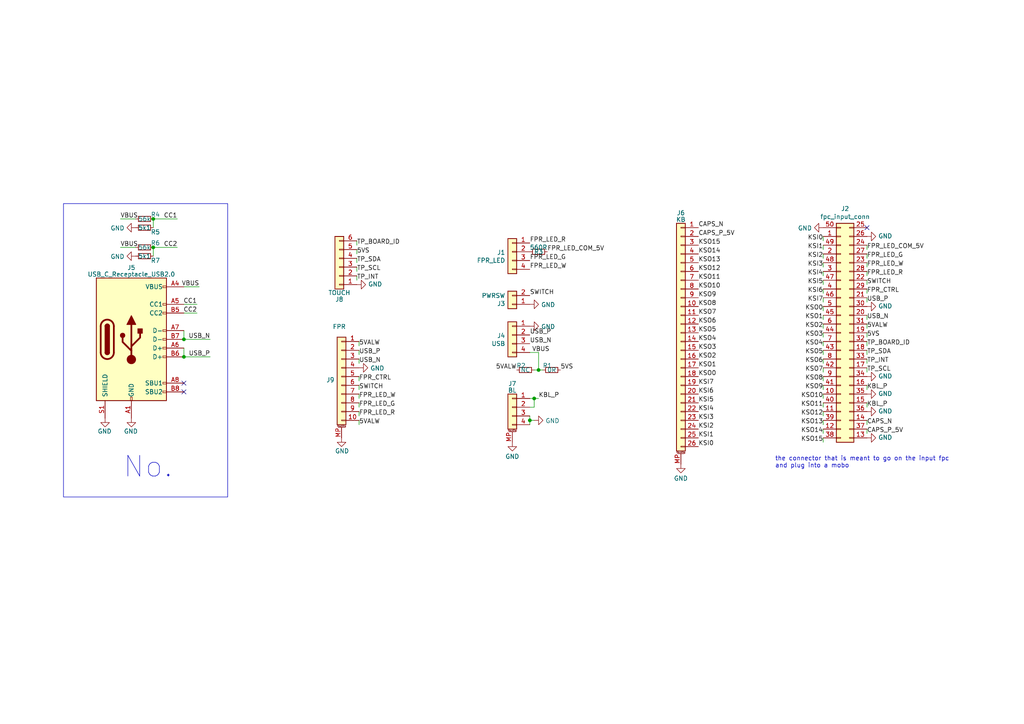
<source format=kicad_sch>
(kicad_sch (version 20230121) (generator eeschema)
  (paper "A4")
  (lib_symbols
    (symbol "Connector:USB_C_Receptacle_USB2.0" (pin_names (offset 1.016))
      (property "Reference" "J" (at -10.16 19.05 0))
      (property "Value" "USB_C_Receptacle_USB2.0" (at 19.05 19.05 0))
      (symbol "USB_C_Receptacle_USB2.0_0_0"
        (rectangle (start -0.254 -17.78) (end 0.254 -16.764))
        (rectangle (start 10.16 -14.986) (end 9.144 -15.494))
        (rectangle (start 10.16 -12.446) (end 9.144 -12.954))
        (rectangle (start 10.16 -4.826) (end 9.144 -5.334))
        (rectangle (start 10.16 -2.286) (end 9.144 -2.794))
        (rectangle (start 10.16 0.254) (end 9.144 -0.254))
        (rectangle (start 10.16 2.794) (end 9.144 2.286))
        (rectangle (start 10.16 7.874) (end 9.144 7.366))
        (rectangle (start 10.16 10.414) (end 9.144 9.906))
        (rectangle (start 10.16 15.494) (end 9.144 14.986))
      )
      (symbol "USB_C_Receptacle_USB2.0_0_1"
        (rectangle (start -10.16 17.78) (end 10.16 -17.78) (stroke (width 0.254)) (fill (type background)))
        (arc (start -8.89 -3.81) (mid -6.985 -5.7067) (end -5.08 -3.81) (stroke (width 0.508)))
        (arc (start -7.62 -3.81) (mid -6.985 -4.4423) (end -6.35 -3.81) (stroke (width 0.254)))
        (arc (start -7.62 -3.81) (mid -6.985 -4.4423) (end -6.35 -3.81) (stroke (width 0.254)) (fill (type outline)))
        (rectangle (start -7.62 -3.81) (end -6.35 3.81) (stroke (width 0.254)) (fill (type outline)))
        (arc (start -6.35 3.81) (mid -6.985 4.4423) (end -7.62 3.81) (stroke (width 0.254)))
        (arc (start -6.35 3.81) (mid -6.985 4.4423) (end -7.62 3.81) (stroke (width 0.254)) (fill (type outline)))
        (arc (start -5.08 3.81) (mid -6.985 5.7067) (end -8.89 3.81) (stroke (width 0.508)))
        (circle (center -2.54 1.143) (radius 0.635) (stroke (width 0.254)) (fill (type outline)))
        (circle (center 0 -5.842) (radius 1.27) (fill (type outline)))
        (polyline (pts (xy -8.89 -3.81) (xy -8.89 3.81)) (stroke (width 0.508)))
        (polyline (pts (xy -5.08 3.81) (xy -5.08 -3.81)) (stroke (width 0.508)))
        (polyline (pts (xy 0 -5.842) (xy 0 4.318)) (stroke (width 0.508)))
        (polyline (pts (xy 0 -3.302) (xy -2.54 -0.762) (xy -2.54 0.508)) (stroke (width 0.508)))
        (polyline (pts (xy 0 -2.032) (xy 2.54 0.508) (xy 2.54 1.778)) (stroke (width 0.508)))
        (polyline (pts (xy -1.27 4.318) (xy 0 6.858) (xy 1.27 4.318) (xy -1.27 4.318)) (stroke (width 0.254)) (fill (type outline)))
        (rectangle (start 1.905 1.778) (end 3.175 3.048) (stroke (width 0.254)) (fill (type outline)))
      )
      (symbol "USB_C_Receptacle_USB2.0_1_1"
        (pin passive line (at 0 -22.86 90) (length 5.08) (name "GND") (number "A1"))
        (pin passive line (at 0 -22.86 90) (length 5.08) hide (name "GND") (number "A12"))
        (pin passive line (at 15.24 15.24 180) (length 5.08) (name "VBUS") (number "A4"))
        (pin bidirectional line (at 15.24 10.16 180) (length 5.08) (name "CC1") (number "A5"))
        (pin bidirectional line (at 15.24 -2.54 180) (length 5.08) (name "D+") (number "A6"))
        (pin bidirectional line (at 15.24 2.54 180) (length 5.08) (name "D-") (number "A7"))
        (pin bidirectional line (at 15.24 -12.7 180) (length 5.08) (name "SBU1") (number "A8"))
        (pin passive line (at 15.24 15.24 180) (length 5.08) hide (name "VBUS") (number "A9"))
        (pin passive line (at 0 -22.86 90) (length 5.08) hide (name "GND") (number "B1"))
        (pin passive line (at 0 -22.86 90) (length 5.08) hide (name "GND") (number "B12"))
        (pin passive line (at 15.24 15.24 180) (length 5.08) hide (name "VBUS") (number "B4"))
        (pin bidirectional line (at 15.24 7.62 180) (length 5.08) (name "CC2") (number "B5"))
        (pin bidirectional line (at 15.24 -5.08 180) (length 5.08) (name "D+") (number "B6"))
        (pin bidirectional line (at 15.24 0 180) (length 5.08) (name "D-") (number "B7"))
        (pin bidirectional line (at 15.24 -15.24 180) (length 5.08) (name "SBU2") (number "B8"))
        (pin passive line (at 15.24 15.24 180) (length 5.08) hide (name "VBUS") (number "B9"))
        (pin passive line (at -7.62 -22.86 90) (length 5.08) (name "SHIELD") (number "S1"))
      )
    )
    (symbol "Connector_Generic:Conn_01x02" (pin_names (offset 1.016) hide)
      (property "Reference" "J" (at 0 2.54 0))
      (property "Value" "Conn_01x02" (at 0 -5.08 0))
      (symbol "Conn_01x02_1_1"
        (rectangle (start -1.27 -2.413) (end 0 -2.667) (stroke (width 0.1524)))
        (rectangle (start -1.27 0.127) (end 0 -0.127) (stroke (width 0.1524)))
        (rectangle (start -1.27 1.27) (end 1.27 -3.81) (stroke (width 0.254)) (fill (type background)))
        (pin passive line (at -5.08 0 0) (length 3.81) (name "Pin_1") (number "1"))
        (pin passive line (at -5.08 -2.54 0) (length 3.81) (name "Pin_2") (number "2"))
      )
    )
    (symbol "Connector_Generic:Conn_01x04" (pin_names (offset 1.016) hide)
      (property "Reference" "J" (at 0 5.08 0))
      (property "Value" "Conn_01x04" (at 0 -7.62 0))
      (symbol "Conn_01x04_1_1"
        (rectangle (start -1.27 -4.953) (end 0 -5.207) (stroke (width 0.1524)))
        (rectangle (start -1.27 -2.413) (end 0 -2.667) (stroke (width 0.1524)))
        (rectangle (start -1.27 0.127) (end 0 -0.127) (stroke (width 0.1524)))
        (rectangle (start -1.27 2.667) (end 0 2.413) (stroke (width 0.1524)))
        (rectangle (start -1.27 3.81) (end 1.27 -6.35) (stroke (width 0.254)) (fill (type background)))
        (pin passive line (at -5.08 2.54 0) (length 3.81) (name "Pin_1") (number "1"))
        (pin passive line (at -5.08 0 0) (length 3.81) (name "Pin_2") (number "2"))
        (pin passive line (at -5.08 -2.54 0) (length 3.81) (name "Pin_3") (number "3"))
        (pin passive line (at -5.08 -5.08 0) (length 3.81) (name "Pin_4") (number "4"))
      )
    )
    (symbol "Connector_Generic:Conn_01x06" (pin_names (offset 1.016) hide)
      (property "Reference" "J" (at 0 7.62 0))
      (property "Value" "Conn_01x06" (at 0 -10.16 0))
      (symbol "Conn_01x06_1_1"
        (rectangle (start -1.27 -7.493) (end 0 -7.747) (stroke (width 0.1524)))
        (rectangle (start -1.27 -4.953) (end 0 -5.207) (stroke (width 0.1524)))
        (rectangle (start -1.27 -2.413) (end 0 -2.667) (stroke (width 0.1524)))
        (rectangle (start -1.27 0.127) (end 0 -0.127) (stroke (width 0.1524)))
        (rectangle (start -1.27 2.667) (end 0 2.413) (stroke (width 0.1524)))
        (rectangle (start -1.27 5.207) (end 0 4.953) (stroke (width 0.1524)))
        (rectangle (start -1.27 6.35) (end 1.27 -8.89) (stroke (width 0.254)) (fill (type background)))
        (pin passive line (at -5.08 5.08 0) (length 3.81) (name "Pin_1") (number "1"))
        (pin passive line (at -5.08 2.54 0) (length 3.81) (name "Pin_2") (number "2"))
        (pin passive line (at -5.08 0 0) (length 3.81) (name "Pin_3") (number "3"))
        (pin passive line (at -5.08 -2.54 0) (length 3.81) (name "Pin_4") (number "4"))
        (pin passive line (at -5.08 -5.08 0) (length 3.81) (name "Pin_5") (number "5"))
        (pin passive line (at -5.08 -7.62 0) (length 3.81) (name "Pin_6") (number "6"))
      )
    )
    (symbol "Connector_Generic_MountingPin:Conn_01x04_MountingPin" (pin_names (offset 1.016) hide)
      (property "Reference" "J" (at 0 5.08 0))
      (property "Value" "Conn_01x04_MountingPin" (at 1.27 -7.62 0))
      (symbol "Conn_01x04_MountingPin_1_1"
        (rectangle (start -1.27 -4.953) (end 0 -5.207) (stroke (width 0.1524)))
        (rectangle (start -1.27 -2.413) (end 0 -2.667) (stroke (width 0.1524)))
        (rectangle (start -1.27 0.127) (end 0 -0.127) (stroke (width 0.1524)))
        (rectangle (start -1.27 2.667) (end 0 2.413) (stroke (width 0.1524)))
        (rectangle (start -1.27 3.81) (end 1.27 -6.35) (stroke (width 0.254)) (fill (type background)))
        (polyline (pts (xy -1.016 -7.112) (xy 1.016 -7.112)) (stroke (width 0.1524)))
        (text "Mounting" (at 0 -6.731 0) (effects (font (size 0.381 0.381))))
        (pin passive line (at -5.08 2.54 0) (length 3.81) (name "Pin_1") (number "1"))
        (pin passive line (at -5.08 0 0) (length 3.81) (name "Pin_2") (number "2"))
        (pin passive line (at -5.08 -2.54 0) (length 3.81) (name "Pin_3") (number "3"))
        (pin passive line (at -5.08 -5.08 0) (length 3.81) (name "Pin_4") (number "4"))
        (pin passive line (at 0 -10.16 90) (length 3.048) (name "MountPin") (number "MP"))
      )
    )
    (symbol "Connector_Generic_MountingPin:Conn_01x10_MountingPin" (pin_names (offset 1.016) hide)
      (property "Reference" "J" (at 0 12.7 0))
      (property "Value" "Conn_01x10_MountingPin" (at 1.27 -15.24 0))
      (symbol "Conn_01x10_MountingPin_1_1"
        (rectangle (start -1.27 -12.573) (end 0 -12.827) (stroke (width 0.1524)))
        (rectangle (start -1.27 -10.033) (end 0 -10.287) (stroke (width 0.1524)))
        (rectangle (start -1.27 -7.493) (end 0 -7.747) (stroke (width 0.1524)))
        (rectangle (start -1.27 -4.953) (end 0 -5.207) (stroke (width 0.1524)))
        (rectangle (start -1.27 -2.413) (end 0 -2.667) (stroke (width 0.1524)))
        (rectangle (start -1.27 0.127) (end 0 -0.127) (stroke (width 0.1524)))
        (rectangle (start -1.27 2.667) (end 0 2.413) (stroke (width 0.1524)))
        (rectangle (start -1.27 5.207) (end 0 4.953) (stroke (width 0.1524)))
        (rectangle (start -1.27 7.747) (end 0 7.493) (stroke (width 0.1524)))
        (rectangle (start -1.27 10.287) (end 0 10.033) (stroke (width 0.1524)))
        (rectangle (start -1.27 11.43) (end 1.27 -13.97) (stroke (width 0.254)) (fill (type background)))
        (polyline (pts (xy -1.016 -14.732) (xy 1.016 -14.732)) (stroke (width 0.1524)))
        (text "Mounting" (at 0 -14.351 0) (effects (font (size 0.381 0.381))))
        (pin passive line (at -5.08 10.16 0) (length 3.81) (name "Pin_1") (number "1"))
        (pin passive line (at -5.08 -12.7 0) (length 3.81) (name "Pin_10") (number "10"))
        (pin passive line (at -5.08 7.62 0) (length 3.81) (name "Pin_2") (number "2"))
        (pin passive line (at -5.08 5.08 0) (length 3.81) (name "Pin_3") (number "3"))
        (pin passive line (at -5.08 2.54 0) (length 3.81) (name "Pin_4") (number "4"))
        (pin passive line (at -5.08 0 0) (length 3.81) (name "Pin_5") (number "5"))
        (pin passive line (at -5.08 -2.54 0) (length 3.81) (name "Pin_6") (number "6"))
        (pin passive line (at -5.08 -5.08 0) (length 3.81) (name "Pin_7") (number "7"))
        (pin passive line (at -5.08 -7.62 0) (length 3.81) (name "Pin_8") (number "8"))
        (pin passive line (at -5.08 -10.16 0) (length 3.81) (name "Pin_9") (number "9"))
        (pin passive line (at 0 -17.78 90) (length 3.048) (name "MountPin") (number "MP"))
      )
    )
    (symbol "Connector_Generic_MountingPin:Conn_01x26_MountingPin" (pin_names (offset 1.016) hide)
      (property "Reference" "J" (at 0 33.02 0))
      (property "Value" "Conn_01x26_MountingPin" (at 1.27 -35.56 0))
      (symbol "Conn_01x26_MountingPin_1_1"
        (rectangle (start -1.27 -32.893) (end 0 -33.147) (stroke (width 0.1524)))
        (rectangle (start -1.27 -30.353) (end 0 -30.607) (stroke (width 0.1524)))
        (rectangle (start -1.27 -27.813) (end 0 -28.067) (stroke (width 0.1524)))
        (rectangle (start -1.27 -25.273) (end 0 -25.527) (stroke (width 0.1524)))
        (rectangle (start -1.27 -22.733) (end 0 -22.987) (stroke (width 0.1524)))
        (rectangle (start -1.27 -20.193) (end 0 -20.447) (stroke (width 0.1524)))
        (rectangle (start -1.27 -17.653) (end 0 -17.907) (stroke (width 0.1524)))
        (rectangle (start -1.27 -15.113) (end 0 -15.367) (stroke (width 0.1524)))
        (rectangle (start -1.27 -12.573) (end 0 -12.827) (stroke (width 0.1524)))
        (rectangle (start -1.27 -10.033) (end 0 -10.287) (stroke (width 0.1524)))
        (rectangle (start -1.27 -7.493) (end 0 -7.747) (stroke (width 0.1524)))
        (rectangle (start -1.27 -4.953) (end 0 -5.207) (stroke (width 0.1524)))
        (rectangle (start -1.27 -2.413) (end 0 -2.667) (stroke (width 0.1524)))
        (rectangle (start -1.27 0.127) (end 0 -0.127) (stroke (width 0.1524)))
        (rectangle (start -1.27 2.667) (end 0 2.413) (stroke (width 0.1524)))
        (rectangle (start -1.27 5.207) (end 0 4.953) (stroke (width 0.1524)))
        (rectangle (start -1.27 7.747) (end 0 7.493) (stroke (width 0.1524)))
        (rectangle (start -1.27 10.287) (end 0 10.033) (stroke (width 0.1524)))
        (rectangle (start -1.27 12.827) (end 0 12.573) (stroke (width 0.1524)))
        (rectangle (start -1.27 15.367) (end 0 15.113) (stroke (width 0.1524)))
        (rectangle (start -1.27 17.907) (end 0 17.653) (stroke (width 0.1524)))
        (rectangle (start -1.27 20.447) (end 0 20.193) (stroke (width 0.1524)))
        (rectangle (start -1.27 22.987) (end 0 22.733) (stroke (width 0.1524)))
        (rectangle (start -1.27 25.527) (end 0 25.273) (stroke (width 0.1524)))
        (rectangle (start -1.27 28.067) (end 0 27.813) (stroke (width 0.1524)))
        (rectangle (start -1.27 30.607) (end 0 30.353) (stroke (width 0.1524)))
        (rectangle (start -1.27 31.75) (end 1.27 -34.29) (stroke (width 0.254)) (fill (type background)))
        (polyline (pts (xy -1.016 -35.052) (xy 1.016 -35.052)) (stroke (width 0.1524)))
        (text "Mounting" (at 0 -34.671 0) (effects (font (size 0.381 0.381))))
        (pin passive line (at -5.08 30.48 0) (length 3.81) (name "Pin_1") (number "1"))
        (pin passive line (at -5.08 7.62 0) (length 3.81) (name "Pin_10") (number "10"))
        (pin passive line (at -5.08 5.08 0) (length 3.81) (name "Pin_11") (number "11"))
        (pin passive line (at -5.08 2.54 0) (length 3.81) (name "Pin_12") (number "12"))
        (pin passive line (at -5.08 0 0) (length 3.81) (name "Pin_13") (number "13"))
        (pin passive line (at -5.08 -2.54 0) (length 3.81) (name "Pin_14") (number "14"))
        (pin passive line (at -5.08 -5.08 0) (length 3.81) (name "Pin_15") (number "15"))
        (pin passive line (at -5.08 -7.62 0) (length 3.81) (name "Pin_16") (number "16"))
        (pin passive line (at -5.08 -10.16 0) (length 3.81) (name "Pin_17") (number "17"))
        (pin passive line (at -5.08 -12.7 0) (length 3.81) (name "Pin_18") (number "18"))
        (pin passive line (at -5.08 -15.24 0) (length 3.81) (name "Pin_19") (number "19"))
        (pin passive line (at -5.08 27.94 0) (length 3.81) (name "Pin_2") (number "2"))
        (pin passive line (at -5.08 -17.78 0) (length 3.81) (name "Pin_20") (number "20"))
        (pin passive line (at -5.08 -20.32 0) (length 3.81) (name "Pin_21") (number "21"))
        (pin passive line (at -5.08 -22.86 0) (length 3.81) (name "Pin_22") (number "22"))
        (pin passive line (at -5.08 -25.4 0) (length 3.81) (name "Pin_23") (number "23"))
        (pin passive line (at -5.08 -27.94 0) (length 3.81) (name "Pin_24") (number "24"))
        (pin passive line (at -5.08 -30.48 0) (length 3.81) (name "Pin_25") (number "25"))
        (pin passive line (at -5.08 -33.02 0) (length 3.81) (name "Pin_26") (number "26"))
        (pin passive line (at -5.08 25.4 0) (length 3.81) (name "Pin_3") (number "3"))
        (pin passive line (at -5.08 22.86 0) (length 3.81) (name "Pin_4") (number "4"))
        (pin passive line (at -5.08 20.32 0) (length 3.81) (name "Pin_5") (number "5"))
        (pin passive line (at -5.08 17.78 0) (length 3.81) (name "Pin_6") (number "6"))
        (pin passive line (at -5.08 15.24 0) (length 3.81) (name "Pin_7") (number "7"))
        (pin passive line (at -5.08 12.7 0) (length 3.81) (name "Pin_8") (number "8"))
        (pin passive line (at -5.08 10.16 0) (length 3.81) (name "Pin_9") (number "9"))
        (pin passive line (at 0 -38.1 90) (length 3.048) (name "MountPin") (number "MP"))
      )
    )
    (symbol "Device:R_Small" (pin_numbers hide) (pin_names (offset 0.254) hide)
      (property "Reference" "R" (at 0.762 0.508 0))
      (property "Value" "R_Small" (at 0.762 -1.016 0))
      (symbol "R_Small_0_1"
        (rectangle (start -0.762 1.778) (end 0.762 -1.778) (stroke (width 0.2032)))
      )
      (symbol "R_Small_1_1"
        (pin passive line (at 0 2.54 270) (length 0.762) (name "~") (number "1"))
        (pin passive line (at 0 -2.54 90) (length 0.762) (name "~") (number "2"))
      )
    )
    (symbol "GND_1" (power) (pin_names (offset 0))
      (property "Value" "GND_1" (at 0 -3.81 0))
      (symbol "GND_1_0_1"
        (polyline (pts (xy 0 0) (xy 0 -1.27) (xy 1.27 -1.27) (xy 0 -2.54) (xy -1.27 -1.27) (xy 0 -1.27)))
      )
      (symbol "GND_1_1_1"
        (pin power_in line (at 0 0 270) (length 0) hide (name "GND") (number "1"))
      )
    )
    (symbol "frmw_conn:fpc_input_conn" (pin_names (offset 1.016) hide)
      (property "Reference" "J" (at 1.27 33.02 0))
      (property "Value" "fpc_input_conn" (at 7.62 -34.29 0))
      (symbol "fpc_input_conn_1_1"
        (rectangle (start -1.27 -30.353) (end 0 -30.607) (stroke (width 0.1524)))
        (rectangle (start -1.27 -27.813) (end 0 -28.067) (stroke (width 0.1524)))
        (rectangle (start -1.27 -25.273) (end 0 -25.527) (stroke (width 0.1524)))
        (rectangle (start -1.27 -22.733) (end 0 -22.987) (stroke (width 0.1524)))
        (rectangle (start -1.27 -20.193) (end 0 -20.447) (stroke (width 0.1524)))
        (rectangle (start -1.27 -17.653) (end 0 -17.907) (stroke (width 0.1524)))
        (rectangle (start -1.27 -15.113) (end 0 -15.367) (stroke (width 0.1524)))
        (rectangle (start -1.27 -12.573) (end 0 -12.827) (stroke (width 0.1524)))
        (rectangle (start -1.27 -10.033) (end 0 -10.287) (stroke (width 0.1524)))
        (rectangle (start -1.27 -7.493) (end 0 -7.747) (stroke (width 0.1524)))
        (rectangle (start -1.27 -4.953) (end 0 -5.207) (stroke (width 0.1524)))
        (rectangle (start -1.27 -2.413) (end 0 -2.667) (stroke (width 0.1524)))
        (rectangle (start -1.27 0.127) (end 0 -0.127) (stroke (width 0.1524)))
        (rectangle (start -1.27 2.667) (end 0 2.413) (stroke (width 0.1524)))
        (rectangle (start -1.27 5.207) (end 0 4.953) (stroke (width 0.1524)))
        (rectangle (start -1.27 7.747) (end 0 7.493) (stroke (width 0.1524)))
        (rectangle (start -1.27 10.287) (end 0 10.033) (stroke (width 0.1524)))
        (rectangle (start -1.27 12.827) (end 0 12.573) (stroke (width 0.1524)))
        (rectangle (start -1.27 15.367) (end 0 15.113) (stroke (width 0.1524)))
        (rectangle (start -1.27 17.907) (end 0 17.653) (stroke (width 0.1524)))
        (rectangle (start -1.27 20.447) (end 0 20.193) (stroke (width 0.1524)))
        (rectangle (start -1.27 22.987) (end 0 22.733) (stroke (width 0.1524)))
        (rectangle (start -1.27 25.527) (end 0 25.273) (stroke (width 0.1524)))
        (rectangle (start -1.27 28.067) (end 0 27.813) (stroke (width 0.1524)))
        (rectangle (start -1.27 30.607) (end 0 30.353) (stroke (width 0.1524)))
        (rectangle (start -1.27 31.75) (end 3.81 -31.75) (stroke (width 0.254)) (fill (type background)))
        (rectangle (start 3.81 -30.353) (end 2.54 -30.607) (stroke (width 0.1524)))
        (rectangle (start 3.81 -27.813) (end 2.54 -28.067) (stroke (width 0.1524)))
        (rectangle (start 3.81 -25.273) (end 2.54 -25.527) (stroke (width 0.1524)))
        (rectangle (start 3.81 -22.733) (end 2.54 -22.987) (stroke (width 0.1524)))
        (rectangle (start 3.81 -20.193) (end 2.54 -20.447) (stroke (width 0.1524)))
        (rectangle (start 3.81 -17.653) (end 2.54 -17.907) (stroke (width 0.1524)))
        (rectangle (start 3.81 -15.113) (end 2.54 -15.367) (stroke (width 0.1524)))
        (rectangle (start 3.81 -12.573) (end 2.54 -12.827) (stroke (width 0.1524)))
        (rectangle (start 3.81 -10.033) (end 2.54 -10.287) (stroke (width 0.1524)))
        (rectangle (start 3.81 -7.493) (end 2.54 -7.747) (stroke (width 0.1524)))
        (rectangle (start 3.81 -4.953) (end 2.54 -5.207) (stroke (width 0.1524)))
        (rectangle (start 3.81 -2.413) (end 2.54 -2.667) (stroke (width 0.1524)))
        (rectangle (start 3.81 0.127) (end 2.54 -0.127) (stroke (width 0.1524)))
        (rectangle (start 3.81 2.667) (end 2.54 2.413) (stroke (width 0.1524)))
        (rectangle (start 3.81 5.207) (end 2.54 4.953) (stroke (width 0.1524)))
        (rectangle (start 3.81 7.747) (end 2.54 7.493) (stroke (width 0.1524)))
        (rectangle (start 3.81 10.287) (end 2.54 10.033) (stroke (width 0.1524)))
        (rectangle (start 3.81 12.827) (end 2.54 12.573) (stroke (width 0.1524)))
        (rectangle (start 3.81 15.367) (end 2.54 15.113) (stroke (width 0.1524)))
        (rectangle (start 3.81 17.907) (end 2.54 17.653) (stroke (width 0.1524)))
        (rectangle (start 3.81 20.447) (end 2.54 20.193) (stroke (width 0.1524)))
        (rectangle (start 3.81 22.987) (end 2.54 22.733) (stroke (width 0.1524)))
        (rectangle (start 3.81 25.527) (end 2.54 25.273) (stroke (width 0.1524)))
        (rectangle (start 3.81 28.067) (end 2.54 27.813) (stroke (width 0.1524)))
        (rectangle (start 3.81 30.607) (end 2.54 30.353) (stroke (width 0.1524)))
        (pin passive line (at -5.08 27.94 0) (length 3.81) (name "Pin_1") (number "1"))
        (pin passive line (at -5.08 -17.78 0) (length 3.81) (name "Pin_10") (number "10"))
        (pin passive line (at -5.08 -22.86 0) (length 3.81) (name "Pin_11") (number "11"))
        (pin passive line (at -5.08 -27.94 0) (length 3.81) (name "Pin_12") (number "12"))
        (pin passive line (at 7.62 -30.48 180) (length 3.81) (name "Pin_13") (number "13"))
        (pin passive line (at 7.62 -25.4 180) (length 3.81) (name "Pin_14") (number "14"))
        (pin passive line (at 7.62 -20.32 180) (length 3.81) (name "Pin_15") (number "15"))
        (pin passive line (at 7.62 -15.24 180) (length 3.81) (name "Pin_16") (number "16"))
        (pin passive line (at 7.62 -10.16 180) (length 3.81) (name "Pin_17") (number "17"))
        (pin passive line (at 7.62 -5.08 180) (length 3.81) (name "Pin_18") (number "18"))
        (pin passive line (at 7.62 0 180) (length 3.81) (name "Pin_19") (number "19"))
        (pin passive line (at -5.08 22.86 0) (length 3.81) (name "Pin_2") (number "2"))
        (pin passive line (at 7.62 5.08 180) (length 3.81) (name "Pin_20") (number "20"))
        (pin passive line (at 7.62 10.16 180) (length 3.81) (name "Pin_21") (number "21"))
        (pin passive line (at 7.62 15.24 180) (length 3.81) (name "Pin_22") (number "22"))
        (pin passive line (at 7.62 20.32 180) (length 3.81) (name "Pin_23") (number "23"))
        (pin passive line (at 7.62 25.4 180) (length 3.81) (name "Pin_24") (number "24"))
        (pin passive line (at 7.62 30.48 180) (length 3.81) (name "Pin_25") (number "25"))
        (pin passive line (at 7.62 27.94 180) (length 3.81) (name "Pin_26") (number "26"))
        (pin passive line (at 7.62 22.86 180) (length 3.81) (name "Pin_27") (number "27"))
        (pin passive line (at 7.62 17.78 180) (length 3.81) (name "Pin_28") (number "28"))
        (pin passive line (at 7.62 12.7 180) (length 3.81) (name "Pin_29") (number "29"))
        (pin passive line (at -5.08 17.78 0) (length 3.81) (name "Pin_3") (number "3"))
        (pin passive line (at 7.62 7.62 180) (length 3.81) (name "Pin_30") (number "30"))
        (pin passive line (at 7.62 2.54 180) (length 3.81) (name "Pin_31") (number "31"))
        (pin passive line (at 7.62 -2.54 180) (length 3.81) (name "Pin_32") (number "32"))
        (pin passive line (at 7.62 -7.62 180) (length 3.81) (name "Pin_33") (number "33"))
        (pin passive line (at 7.62 -12.7 180) (length 3.81) (name "Pin_34") (number "34"))
        (pin passive line (at 7.62 -17.78 180) (length 3.81) (name "Pin_35") (number "35"))
        (pin passive line (at 7.62 -22.86 180) (length 3.81) (name "Pin_36") (number "36"))
        (pin passive line (at 7.62 -27.94 180) (length 3.81) (name "Pin_37") (number "37"))
        (pin passive line (at -5.08 -30.48 0) (length 3.81) (name "Pin_38") (number "38"))
        (pin passive line (at -5.08 -25.4 0) (length 3.81) (name "Pin_39") (number "39"))
        (pin passive line (at -5.08 12.7 0) (length 3.81) (name "Pin_4") (number "4"))
        (pin passive line (at -5.08 -20.32 0) (length 3.81) (name "Pin_40") (number "40"))
        (pin passive line (at -5.08 -15.24 0) (length 3.81) (name "Pin_41") (number "41"))
        (pin passive line (at -5.08 -10.16 0) (length 3.81) (name "Pin_42") (number "42"))
        (pin passive line (at -5.08 -5.08 0) (length 3.81) (name "Pin_43") (number "43"))
        (pin passive line (at -5.08 0 0) (length 3.81) (name "Pin_44") (number "44"))
        (pin passive line (at -5.08 5.08 0) (length 3.81) (name "Pin_45") (number "45"))
        (pin passive line (at -5.08 10.16 0) (length 3.81) (name "Pin_46") (number "46"))
        (pin passive line (at -5.08 15.24 0) (length 3.81) (name "Pin_47") (number "47"))
        (pin passive line (at -5.08 20.32 0) (length 3.81) (name "Pin_48") (number "48"))
        (pin passive line (at -5.08 25.4 0) (length 3.81) (name "Pin_49") (number "49"))
        (pin passive line (at -5.08 7.62 0) (length 3.81) (name "Pin_5") (number "5"))
        (pin passive line (at -5.08 30.48 0) (length 3.81) (name "Pin_50") (number "50"))
        (pin passive line (at -5.08 2.54 0) (length 3.81) (name "Pin_6") (number "6"))
        (pin passive line (at -5.08 -2.54 0) (length 3.81) (name "Pin_7") (number "7"))
        (pin passive line (at -5.08 -7.62 0) (length 3.81) (name "Pin_8") (number "8"))
        (pin passive line (at -5.08 -12.7 0) (length 3.81) (name "Pin_9") (number "9"))
      )
    )
    (symbol "power:GND" (power) (pin_names (offset 0))
      (property "Value" "GND" (at 0 -3.81 0))
      (symbol "GND_0_1"
        (polyline (pts (xy 0 0) (xy 0 -1.27) (xy 1.27 -1.27) (xy 0 -2.54) (xy -1.27 -1.27) (xy 0 -1.27)))
      )
      (symbol "GND_1_1"
        (pin power_in line (at 0 0 270) (length 0) hide (name "GND") (number "1"))
      )
    )
  )
  (junction (at 44.45 63.5))
  (junction (at 53.34 98.425))
  (junction (at 153.67 121.92))
  (junction (at 156.21 107.315))
  (junction (at 53.34 103.505))
  (junction (at 154.94 115.57))
  (junction (at 44.45 71.755))
  (no_connect (at 53.34 113.665))
  (no_connect (at 53.34 111.125))
  (no_connect (at 251.46 66.04))
  (wire (pts (xy 53.34 98.425) (xy 60.96 98.425)))
  (wire (pts (xy 251.46 77.47) (xy 251.46 76.2)))
  (wire (pts (xy 51.435 71.755) (xy 44.45 71.755)))
  (wire (pts (xy 238.76 74.93) (xy 238.76 73.66)))
  (wire (pts (xy 251.46 92.71) (xy 251.46 91.44)))
  (wire (pts (xy 238.76 72.39) (xy 238.76 71.12)))
  (wire (pts (xy 104.14 100.33) (xy 104.14 99.06)))
  (wire (pts (xy 153.67 121.92) (xy 153.67 123.19)))
  (wire (pts (xy 34.925 63.5) (xy 39.37 63.5)))
  (wire (pts (xy 251.46 100.33) (xy 251.46 99.06)))
  (wire (pts (xy 238.76 128.27) (xy 238.76 127)))
  (wire (pts (xy 238.76 113.03) (xy 238.76 111.76)))
  (wire (pts (xy 238.76 125.73) (xy 238.76 124.46)))
  (wire (pts (xy 53.34 100.965) (xy 53.34 103.505)))
  (wire (pts (xy 57.15 88.265) (xy 53.34 88.265)))
  (wire (pts (xy 44.45 63.5) (xy 44.45 66.04)))
  (wire (pts (xy 238.76 77.47) (xy 238.76 76.2)))
  (wire (pts (xy 238.76 107.95) (xy 238.76 106.68)))
  (wire (pts (xy 238.76 118.11) (xy 238.76 116.84)))
  (wire (pts (xy 251.46 102.87) (xy 251.46 101.6)))
  (wire (pts (xy 238.76 85.09) (xy 238.76 83.82)))
  (wire (pts (xy 251.46 123.19) (xy 251.46 121.92)))
  (wire (pts (xy 104.14 110.49) (xy 104.14 109.22)))
  (wire (pts (xy 154.94 121.92) (xy 153.67 121.92)))
  (wire (pts (xy 103.505 78.74) (xy 103.505 77.47)))
  (wire (pts (xy 238.76 115.57) (xy 238.76 114.3)))
  (wire (pts (xy 251.46 95.25) (xy 251.46 93.98)))
  (wire (pts (xy 238.76 102.87) (xy 238.76 101.6)))
  (wire (pts (xy 251.46 97.79) (xy 251.46 96.52)))
  (wire (pts (xy 104.14 118.11) (xy 104.14 116.84)))
  (wire (pts (xy 53.34 95.885) (xy 53.34 98.425)))
  (wire (pts (xy 251.46 87.63) (xy 251.46 86.36)))
  (wire (pts (xy 251.46 113.03) (xy 251.46 111.76)))
  (wire (pts (xy 238.76 120.65) (xy 238.76 119.38)))
  (wire (pts (xy 238.76 123.19) (xy 238.76 121.92)))
  (wire (pts (xy 251.46 107.95) (xy 251.46 106.68)))
  (wire (pts (xy 251.46 74.93) (xy 251.46 73.66)))
  (wire (pts (xy 104.14 123.19) (xy 104.14 121.92)))
  (wire (pts (xy 60.96 103.505) (xy 53.34 103.505)))
  (wire (pts (xy 157.48 107.315) (xy 156.21 107.315)))
  (wire (pts (xy 34.925 71.755) (xy 39.37 71.755)))
  (wire (pts (xy 238.76 92.71) (xy 238.76 91.44)))
  (wire (pts (xy 251.46 118.11) (xy 251.46 116.84)))
  (wire (pts (xy 238.76 69.85) (xy 238.76 68.58)))
  (wire (pts (xy 251.46 105.41) (xy 251.46 104.14)))
  (wire (pts (xy 238.76 97.79) (xy 238.76 96.52)))
  (wire (pts (xy 238.76 87.63) (xy 238.76 86.36)))
  (wire (pts (xy 156.21 107.315) (xy 154.94 107.315)))
  (wire (pts (xy 51.435 63.5) (xy 44.45 63.5)))
  (wire (pts (xy 238.76 105.41) (xy 238.76 104.14)))
  (wire (pts (xy 103.505 81.28) (xy 103.505 80.01)))
  (wire (pts (xy 251.46 125.73) (xy 251.46 124.46)))
  (wire (pts (xy 44.45 71.755) (xy 44.45 74.295)))
  (wire (pts (xy 238.76 110.49) (xy 238.76 109.22)))
  (wire (pts (xy 238.76 95.25) (xy 238.76 93.98)))
  (wire (pts (xy 238.76 80.01) (xy 238.76 78.74)))
  (wire (pts (xy 104.14 105.41) (xy 104.14 104.14)))
  (wire (pts (xy 156.21 102.235) (xy 156.21 107.315)))
  (wire (pts (xy 154.94 115.57) (xy 156.21 115.57)))
  (wire (pts (xy 103.505 71.12) (xy 103.505 69.85)))
  (wire (pts (xy 153.67 115.57) (xy 154.94 115.57)))
  (wire (pts (xy 156.21 102.235) (xy 153.67 102.235)))
  (wire (pts (xy 251.46 80.01) (xy 251.46 78.74)))
  (wire (pts (xy 238.76 82.55) (xy 238.76 81.28)))
  (wire (pts (xy 251.46 85.09) (xy 251.46 83.82)))
  (wire (pts (xy 104.14 102.87) (xy 104.14 101.6)))
  (wire (pts (xy 238.76 90.17) (xy 238.76 88.9)))
  (wire (pts (xy 104.14 115.57) (xy 104.14 114.3)))
  (wire (pts (xy 103.505 76.2) (xy 103.505 74.93)))
  (wire (pts (xy 57.785 83.185) (xy 53.34 83.185)))
  (wire (pts (xy 154.94 115.57) (xy 154.94 118.11)))
  (wire (pts (xy 104.14 120.65) (xy 104.14 119.38)))
  (wire (pts (xy 57.15 90.805) (xy 53.34 90.805)))
  (wire (pts (xy 103.505 73.66) (xy 103.505 72.39)))
  (wire (pts (xy 104.14 113.03) (xy 104.14 111.76)))
  (wire (pts (xy 251.46 82.55) (xy 251.46 81.28)))
  (wire (pts (xy 251.46 72.39) (xy 251.46 71.12)))
  (wire (pts (xy 154.94 118.11) (xy 153.67 118.11)))
  (wire (pts (xy 153.67 121.92) (xy 153.67 120.65)))
  (wire (pts (xy 238.76 100.33) (xy 238.76 99.06)))
  (rectangle (start 18.415 59.055) (end 66.04 144.145))
  (text "No." (at 35.56 139.065 0) (effects (font (size 6 6)) (justify left bottom)))
  (text "the connector that is meant to go on the input fpc\nand plug into a mobo" (at 224.79 135.89 0) (effects (font (size 1.27 1.27)) (justify left bottom)))
  (label "KSO14" (at 238.76 125.73 180))
  (label "KSI2" (at 202.565 124.46 0))
  (label "KSO3" (at 238.76 97.79 180))
  (label "FPR_LED_R" (at 153.67 70.485 0))
  (label "TP_SCL" (at 251.46 107.95 0))
  (label "KSO6" (at 202.565 93.98 0))
  (label "VBUS" (at 154.305 102.235 0))
  (label "USB_N" (at 153.67 99.695 0))
  (label "FPR_LED_G" (at 153.67 75.565 0))
  (label "VBUS" (at 34.925 71.755 0))
  (label "SWITCH" (at 104.14 113.03 0))
  (label "KSO4" (at 238.76 100.33 180))
  (label "KSO5" (at 238.76 102.87 180))
  (label "KSO15" (at 202.565 71.12 0))
  (label "5VALW" (at 251.46 95.25 0))
  (label "TP_SCL" (at 103.505 78.74 0))
  (label "KSO0" (at 238.76 90.17 180))
  (label "KSO4" (at 202.565 99.06 0))
  (label "FPR_LED_COM_5V" (at 158.75 73.025 0))
  (label "KSO14" (at 202.565 73.66 0))
  (label "USB_P" (at 60.96 103.505 180))
  (label "KSO7" (at 202.565 91.44 0))
  (label "FPR_LED_COM_5V" (at 251.46 72.39 0))
  (label "FPR_LED_R" (at 251.46 80.01 0))
  (label "KSO5" (at 202.565 96.52 0))
  (label "USB_N" (at 251.46 92.71 0))
  (label "KSI7" (at 202.565 111.76 0))
  (label "KSI7" (at 238.76 87.63 180))
  (label "TP_INT" (at 103.505 81.28 0))
  (label "FPR_CTRL" (at 104.14 110.49 0))
  (label "KSO1" (at 238.76 92.71 180))
  (label "KSO1" (at 202.565 106.68 0))
  (label "KSI6" (at 238.76 85.09 180))
  (label "KSO12" (at 238.76 120.65 180))
  (label "KSI1" (at 238.76 72.39 180))
  (label "KSO3" (at 202.565 101.6 0))
  (label "FPR_LED_R" (at 104.14 120.65 0))
  (label "CAPS_N" (at 202.565 66.04 0))
  (label "KSI4" (at 238.76 80.01 180))
  (label "KSO2" (at 238.76 95.25 180))
  (label "SWITCH" (at 251.46 82.55 0))
  (label "TP_BOARD_ID" (at 103.505 71.12 0))
  (label "KBL_P" (at 251.46 113.03 0))
  (label "5VS" (at 162.56 107.315 0))
  (label "KSO12" (at 202.565 78.74 0))
  (label "KSI2" (at 238.76 74.93 180))
  (label "KBL_P" (at 156.21 115.57 0))
  (label "KSO6" (at 238.76 105.41 180))
  (label "KSO8" (at 238.76 110.49 180))
  (label "CAPS_P_5V" (at 202.565 68.58 0))
  (label "USB_N" (at 60.96 98.425 180))
  (label "KSO9" (at 238.76 113.03 180))
  (label "KSO11" (at 238.76 118.11 180))
  (label "SWITCH" (at 153.67 85.725 0))
  (label "5VALW" (at 104.14 123.19 0))
  (label "CAPS_N" (at 251.46 123.19 0))
  (label "KSO13" (at 238.76 123.19 180))
  (label "KSI6" (at 202.565 114.3 0))
  (label "KSI5" (at 202.565 116.84 0))
  (label "KSI4" (at 202.565 119.38 0))
  (label "FPR_LED_G" (at 251.46 74.93 0))
  (label "KSI0" (at 238.76 69.85 180))
  (label "USB_P" (at 251.46 87.63 0))
  (label "KSO8" (at 202.565 88.9 0))
  (label "FPR_LED_W" (at 251.46 77.47 0))
  (label "TP_SDA" (at 251.46 102.87 0))
  (label "USB_P" (at 104.14 102.87 0))
  (label "KSI3" (at 238.76 77.47 180))
  (label "FPR_LED_W" (at 104.14 115.57 0))
  (label "KSI0" (at 202.565 129.54 0))
  (label "FPR_CTRL" (at 251.46 85.09 0))
  (label "VBUS" (at 34.925 63.5 0))
  (label "CC1" (at 51.435 63.5 180))
  (label "KSO2" (at 202.565 104.14 0))
  (label "CAPS_P_5V" (at 251.46 125.73 0))
  (label "KSI3" (at 202.565 121.92 0))
  (label "KSO9" (at 202.565 86.36 0))
  (label "KSO11" (at 202.565 81.28 0))
  (label "KSI5" (at 238.76 82.55 180))
  (label "TP_BOARD_ID" (at 251.46 100.33 0))
  (label "5VS" (at 251.46 97.79 0))
  (label "KSO13" (at 202.565 76.2 0))
  (label "KSO10" (at 202.565 83.82 0))
  (label "CC2" (at 51.435 71.755 180))
  (label "TP_INT" (at 251.46 105.41 0))
  (label "KSO0" (at 202.565 109.22 0))
  (label "FPR_LED_W" (at 153.67 78.105 0))
  (label "5VS" (at 103.505 73.66 0))
  (label "5VALW" (at 149.86 107.315 180))
  (label "CC2" (at 57.15 90.805 180))
  (label "5VALW" (at 104.14 100.33 0))
  (label "KSI1" (at 202.565 127 0))
  (label "KBL_P" (at 251.46 118.11 0))
  (label "KSO7" (at 238.76 107.95 180))
  (label "VBUS" (at 57.785 83.185 180))
  (label "KSO10" (at 238.76 115.57 180))
  (label "KSO15" (at 238.76 128.27 180))
  (label "USB_N" (at 104.14 105.41 0))
  (label "FPR_LED_G" (at 104.14 118.11 0))
  (label "TP_SDA" (at 103.505 76.2 0))
  (label "USB_P" (at 153.67 97.155 0))
  (label "CC1" (at 57.15 88.265 180))
  (symbol (lib_id "power:GND") (at 238.76 66.04 270) (unit 1)
    (property "Reference" "#PWR0108" (effects hide))
    (property "Value" "GND" (at 235.5088 66.167 90) (effects (justify right)))
  )
  (symbol (lib_id "power:GND") (at 251.46 88.9 90) (unit 1)
    (property "Reference" "#PWR0113" (effects hide))
    (property "Value" "GND" (at 254.7112 88.773 90) (effects (justify right)))
  )
  (symbol (lib_id "power:GND") (at 251.46 68.58 90) (unit 1)
    (property "Reference" "#PWR0114" (effects hide))
    (property "Value" "GND" (at 254.7112 68.453 90) (effects (justify right)))
  )
  (symbol (lib_id "Connector_Generic:Conn_01x02") (at 148.59 88.265 180) (unit 1)
    (property "Reference" "J3" (at 146.558 88.0618 0) (effects (justify left)))
    (property "Value" "PWRSW" (at 146.558 85.7504 0) (effects (justify left)))
    (property "Footprint" "Connector_PinHeader_2.54mm:PinHeader_1x02_P2.54mm_Vertical" (effects hide))
  )
  (symbol (lib_id "power:GND") (at 153.67 88.265 90) (mirror x) (unit 1)
    (property "Reference" "#PWR03" (effects hide))
    (property "Value" "GND" (at 156.9212 88.392 90) (effects (justify right)))
  )
  (symbol (lib_id "Connector_Generic:Conn_01x04") (at 148.59 97.155 0) (mirror y) (unit 1)
    (property "Reference" "J4" (at 146.558 97.3582 0) (effects (justify left)))
    (property "Value" "USB" (at 146.558 99.6696 0) (effects (justify left)))
    (property "Footprint" "Connector_PinHeader_2.54mm:PinHeader_1x04_P2.54mm_Vertical" (effects hide))
  )
  (symbol (lib_id "Connector_Generic:Conn_01x04") (at 148.59 73.025 0) (mirror y) (unit 1)
    (property "Reference" "J1" (at 146.558 73.2282 0) (effects (justify left)))
    (property "Value" "FPR_LED" (at 146.558 75.5396 0) (effects (justify left)))
    (property "Footprint" "Connector_PinHeader_1.27mm:PinHeader_1x04_P1.27mm_Vertical" (effects hide))
  )
  (symbol (lib_id "Device:R_Small") (at 152.4 107.315 270) (mirror x) (unit 1)
    (property "Reference" "R2" (at 151.13 106.045 90))
    (property "Value" "NC" (at 152.4 107.315 90))
    (property "Footprint" "Resistor_SMD:R_0603_1608Metric" (effects hide))
  )
  (symbol (lib_id "Device:R_Small") (at 160.02 107.315 270) (mirror x) (unit 1)
    (property "Reference" "R1" (at 158.75 106.045 90))
    (property "Value" "0R" (at 160.02 107.315 90))
    (property "Footprint" "Resistor_SMD:R_0603_1608Metric" (effects hide))
  )
  (symbol (lib_id "power:GND") (at 153.67 94.615 90) (mirror x) (unit 1)
    (property "Reference" "#PWR04" (effects hide))
    (property "Value" "GND" (at 156.9212 94.742 90) (effects (justify right)))
  )
  (symbol (lib_id "Device:R_Small") (at 156.21 73.025 270) (mirror x) (unit 1)
    (property "Reference" "R3" (at 156.21 73.025 90))
    (property "Value" "560R" (at 156.21 71.755 90))
    (property "Footprint" "Resistor_SMD:R_0603_1608Metric" (effects hide))
  )
  (symbol (lib_id "power:GND") (at 251.46 109.22 90) (unit 1)
    (property "Reference" "#PWR01" (effects hide))
    (property "Value" "GND" (at 254.7112 109.093 90) (effects (justify right)))
  )
  (symbol (lib_id "frmw_conn:fpc_input_conn") (at 243.84 96.52 0) (unit 1)
    (property "Reference" "J2" (at 245.11 60.5282 0))
    (property "Value" "fpc_input_conn" (at 245.11 62.8396 0))
    (property "Footprint" "framework_input_brkt:Amphenol_10156001" (effects hide))
  )
  (symbol (lib_id "power:GND") (at 251.46 114.3 90) (unit 1)
    (property "Reference" "#PWR0101" (effects hide))
    (property "Value" "GND" (at 254.7112 114.173 90) (effects (justify right)))
  )
  (symbol (lib_id "power:GND") (at 251.46 119.38 90) (unit 1)
    (property "Reference" "#PWR0102" (effects hide))
    (property "Value" "GND" (at 254.7112 119.253 90) (effects (justify right)))
  )
  (symbol (lib_id "power:GND") (at 251.46 127 90) (unit 1)
    (property "Reference" "#PWR0103" (effects hide))
    (property "Value" "GND" (at 254.7112 126.873 90) (effects (justify right)))
  )
  (symbol (lib_id "Connector_Generic_MountingPin:Conn_01x10_MountingPin") (at 99.06 109.22 0) (mirror y) (unit 1)
    (property "Reference" "J9" (at 97.028 110.2019 0) (effects (justify left)))
    (property "Value" "FPR" (at 100.33 94.742 0) (effects (justify left)))
    (property "Footprint" "framework_input_brkt:FPC_10" (effects hide))
  )
  (symbol (lib_id "Device:R_Small") (at 41.91 74.295 90) (mirror x) (unit 1)
    (property "Reference" "R7" (at 45.085 75.565 90))
    (property "Value" "5k1" (at 41.91 74.295 90))
  )
  (symbol (lib_id "power:GND") (at 39.37 66.04 270) (unit 1)
    (property "Reference" "#PWR09" (effects hide))
    (property "Value" "GND" (at 36.1188 66.167 90) (effects (justify right)))
  )
  (symbol (lib_id "power:GND") (at 103.505 82.55 90) (unit 1)
    (property "Reference" "#PWR011" (effects hide))
    (property "Value" "GND" (at 106.7562 82.423 90) (effects (justify right)))
  )
  (symbol (lib_name "GND_1") (lib_id "power:GND") (at 148.59 128.27 0) (unit 1)
    (property "Reference" "#PWR05" (effects hide))
    (property "Value" "GND" (at 148.59 132.4055 0))
  )
  (symbol (lib_id "power:GND") (at 154.94 121.92 90) (mirror x) (unit 1)
    (property "Reference" "#PWR06" (effects hide))
    (property "Value" "GND" (at 158.1912 122.047 90) (effects (justify right)))
  )
  (symbol (lib_id "power:GND") (at 104.14 106.68 90) (mirror x) (unit 1)
    (property "Reference" "#PWR012" (effects hide))
    (property "Value" "GND" (at 107.3912 106.807 90) (effects (justify right)))
  )
  (symbol (lib_id "Connector_Generic:Conn_01x06") (at 98.425 77.47 180) (unit 1)
    (property "Reference" "J8" (at 98.425 86.8299 0))
    (property "Value" "TOUCH" (at 98.425 84.9089 0))
    (property "Footprint" "Connector_PinHeader_2.54mm:PinHeader_1x06_P2.54mm_Vertical" (effects hide))
  )
  (symbol (lib_id "Device:R_Small") (at 41.91 66.04 90) (mirror x) (unit 1)
    (property "Reference" "R5" (at 45.085 67.31 90))
    (property "Value" "5k1" (at 41.91 66.04 90))
  )
  (symbol (lib_id "Device:R_Small") (at 41.91 63.5 270) (unit 1)
    (property "Reference" "R4" (at 45.085 62.23 90))
    (property "Value" "56k" (at 41.91 63.5 90))
  )
  (symbol (lib_id "power:GND") (at 39.37 74.295 270) (unit 1)
    (property "Reference" "#PWR010" (effects hide))
    (property "Value" "GND" (at 36.1188 74.422 90) (effects (justify right)))
  )
  (symbol (lib_id "power:GND") (at 30.48 121.285 0) (unit 1)
    (property "Reference" "#PWR07" (effects hide))
    (property "Value" "GND" (at 32.385 125.095 0) (effects (justify right)))
  )
  (symbol (lib_id "power:GND") (at 99.06 127 0) (mirror y) (unit 1)
    (property "Reference" "#PWR013" (effects hide))
    (property "Value" "GND" (at 97.155 130.81 0) (effects (justify right)))
  )
  (symbol (lib_id "Device:R_Small") (at 41.91 71.755 270) (unit 1)
    (property "Reference" "R6" (at 45.085 70.485 90))
    (property "Value" "56k" (at 41.91 71.755 90))
  )
  (symbol (lib_id "Connector:USB_C_Receptacle_USB2.0") (at 38.1 98.425 0) (unit 1)
    (property "Reference" "J5" (at 38.1 77.6351 0))
    (property "Value" "USB_C_Receptacle_USB2.0" (at 38.1 79.5561 0))
    (property "Datasheet" "https://www.usb.org/sites/default/files/documents/usb_type-c.zip" (effects hide))
  )
  (symbol (lib_id "power:GND") (at 38.1 121.285 0) (unit 1)
    (property "Reference" "#PWR08" (effects hide))
    (property "Value" "GND" (at 40.005 125.095 0) (effects (justify right)))
  )
  (symbol (lib_name "GND_1") (lib_id "power:GND") (at 197.485 134.62 0) (unit 1)
    (property "Reference" "#PWR02" (effects hide))
    (property "Value" "GND" (at 197.485 138.7555 0))
  )
  (symbol (lib_id "Connector_Generic_MountingPin:Conn_01x26_MountingPin") (at 197.485 96.52 0) (mirror y) (unit 1)
    (property "Reference" "J6" (at 197.485 61.7601 0))
    (property "Value" "KB" (at 197.485 63.6811 0))
    (property "Footprint" "framework_input_brkt:FPC_26" (effects hide))
  )
  (symbol (lib_id "Connector_Generic_MountingPin:Conn_01x04_MountingPin") (at 148.59 118.11 0) (mirror y) (unit 1)
    (property "Reference" "J7" (at 148.59 111.2901 0))
    (property "Value" "BL" (at 148.59 113.2111 0))
    (property "Footprint" "framework_input_brkt:FPC_4" (effects hide))
  )
)
</source>
